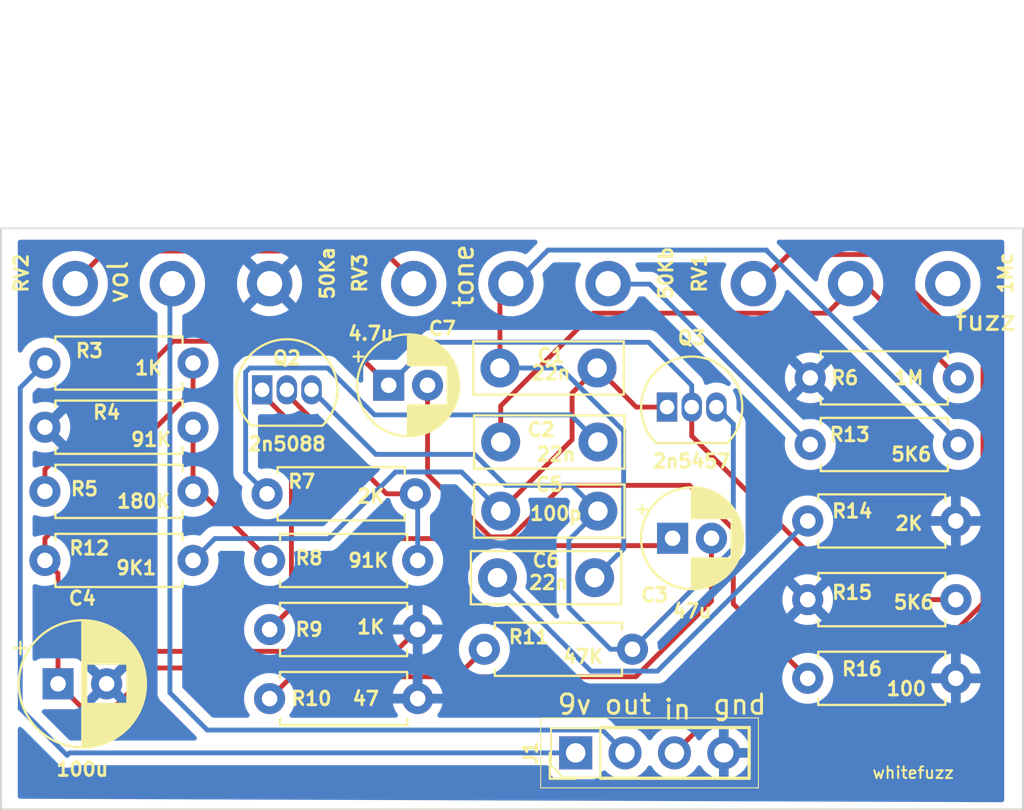
<source format=kicad_pcb>
(kicad_pcb (version 20221018) (generator pcbnew)
  (layers (0 "F.Cu" signal) (31 "B.Cu" signal) (34 "B.Paste" user) (35 "F.Paste" user) (36 "B.SilkS" user "B.Silkscreen") (37 "F.SilkS" user "F.Silkscreen") (38 "B.Mask" user) (39 "F.Mask" user) (44 "Edge.Cuts" user))
  (net 0 "")
  (net 1 "Net-(C1-Pad1)")
  (net 2 "GND")
  (net 3 "Net-(Q3-D)")
  (net 4 "Net-(C2-Pad1)")
  (net 5 "Net-(Q2-B)")
  (net 6 "Net-(C2-Pad2)")
  (net 7 "Net-(Q2-E)")
  (net 8 "Net-(Q2-C)")
  (net 9 "Net-(C3-Pad2)")
  (net 10 "9V")
  (net 11 "OUT")
  (net 12 "IN")
  (net 13 "Net-(C4-Pad1)")
  (net 14 "Net-(C6-Pad1)")
  (net 15 "Net-(Q3-S)")
  (net 16 "Net-(C7-Pad2)")
  (net 17 "Net-(R4-Pad2)")
  (net 18 "Net-(R13-Pad1)")
  (net 20 "Net-(RV2-Pad3)")
  (footprint "Resistor_THT:R_Axial_DIN0207_L6.3mm_D2.5mm_P7.62mm_Horizontal" (layer "F.Cu") (at 113.792 124.333)
    (fp_text reference "R10" (at 2.159 0) (layer "F.SilkS") (effects (font (size 0.7 0.7))))
    (fp_text value "47" (at 4.953 0) (layer "F.SilkS") (effects (font (size 0.7 0.7))))
    (pad "1" thru_hole circle (at 0 0) (size 1.6 1.6) (drill 0.8) (layers "*.Cu" "*.Mask") (net 9 "Net-(C3-Pad2)"))
    (pad "2" thru_hole oval (at 7.62 0) (size 1.6 1.6) (drill 0.8) (layers "*.Cu" "*.Mask") (net 2 "GND"))
  )
  (footprint "Resistor_THT:R_Axial_DIN0207_L6.3mm_D2.5mm_P7.62mm_Horizontal" (layer "F.Cu") (at 113.792 120.777)
    (fp_text reference "R9" (at 2.032 0) (layer "F.SilkS") (effects (font (size 0.7 0.7))))
    (fp_text value "1K" (at 5.207 -0.127) (layer "F.SilkS") (effects (font (size 0.7 0.7))))
    (pad "1" thru_hole circle (at 0 0) (size 1.6 1.6) (drill 0.8) (layers "*.Cu" "*.Mask") (net 7 "Net-(Q2-E)"))
    (pad "2" thru_hole oval (at 7.62 0) (size 1.6 1.6) (drill 0.8) (layers "*.Cu" "*.Mask") (net 2 "GND"))
  )
  (footprint "pedals:Pot_Underside" (layer "F.Cu") (at 148.684 102.9716 90)
    (fp_text reference "RV1" (at 0.538 -12.774 90) (layer "F.SilkS") (effects (font (size 0.7 0.7))))
    (fp_text value "1Mc" (at 0.538 2.974 90) (layer "F.SilkS") (effects (font (size 0.7 0.7))))
    (pad "1" thru_hole circle (at 0 0 90) (size 2.34 2.34) (drill 1.3) (layers "*.Cu" "*.Mask"))
    (pad "2" thru_hole circle (at 0 -5 90) (size 2.34 2.34) (drill 1.3) (layers "*.Cu" "*.Mask") (net 4 "Net-(C2-Pad1)"))
    (pad "3" thru_hole circle (at 0 -10 90) (size 2.34 2.34) (drill 1.3) (layers "*.Cu" "*.Mask") (net 12 "IN"))
  )
  (footprint "Resistor_THT:R_Axial_DIN0207_L6.3mm_D2.5mm_P7.62mm_Horizontal" (layer "F.Cu") (at 141.605 111.252)
    (fp_text reference "R13" (at 2.032 -0.508) (layer "F.SilkS") (effects (font (size 0.7 0.7))))
    (fp_text value "5K6" (at 5.207 0.508) (layer "F.SilkS") (effects (font (size 0.7 0.7))))
    (pad "1" thru_hole circle (at 0 0) (size 1.6 1.6) (drill 0.8) (layers "*.Cu" "*.Mask") (net 18 "Net-(R13-Pad1)"))
    (pad "2" thru_hole oval (at 7.62 0) (size 1.6 1.6) (drill 0.8) (layers "*.Cu" "*.Mask") (net 1 "Net-(C1-Pad1)"))
  )
  (footprint "Capacitor_THT:C_Disc_D7.5mm_W2.5mm_P5.00mm" (layer "F.Cu") (at 125.643 107.315)
    (fp_text reference "C1" (at 2.627 -0.635) (layer "F.SilkS") (effects (font (size 0.7 0.7))))
    (fp_text value "22n" (at 2.627 0.254) (layer "F.SilkS") (effects (font (size 0.7 0.7))))
    (pad "1" thru_hole circle (at 0 0) (size 2 2) (drill 1) (layers "*.Cu" "*.Mask") (net 1 "Net-(C1-Pad1)"))
    (pad "2" thru_hole circle (at 5 0) (size 2 2) (drill 1) (layers "*.Cu" "*.Mask") (net 3 "Net-(Q3-D)"))
  )
  (footprint "Resistor_THT:R_Axial_DIN0207_L6.3mm_D2.5mm_P7.62mm_Horizontal" (layer "F.Cu") (at 102.235 117.221)
    (fp_text reference "R12" (at 2.286 -0.635) (layer "F.SilkS") (effects (font (size 0.7 0.7))))
    (fp_text value "9K1" (at 4.699 0.381) (layer "F.SilkS") (effects (font (size 0.7 0.7))))
    (pad "1" thru_hole circle (at 0 0) (size 1.6 1.6) (drill 0.8) (layers "*.Cu" "*.Mask") (net 13 "Net-(C4-Pad1)"))
    (pad "2" thru_hole oval (at 7.62 0) (size 1.6 1.6) (drill 0.8) (layers "*.Cu" "*.Mask") (net 3 "Net-(Q3-D)"))
  )
  (footprint "Connector_PinHeader_2.54mm:PinHeader_1x04_P2.54mm_Vertical" (layer "F.Cu") (at 129.54 127.127 90)
    (fp_text reference "J1" (at 0 -2.33 90) (layer "F.SilkS") (effects (font (size 0.7 0.7))))
    (fp_text value "Conn_01x04_Female" hide)
    (pad "1" thru_hole rect (at 0 0 90) (size 1.7 1.7) (drill 1) (layers "*.Cu" "*.Mask") (net 10 "9V"))
    (pad "2" thru_hole oval (at 0 2.54 90) (size 1.7 1.7) (drill 1) (layers "*.Cu" "*.Mask") (net 11 "OUT"))
    (pad "3" thru_hole oval (at 0 5.08 90) (size 1.7 1.7) (drill 1) (layers "*.Cu" "*.Mask") (net 12 "IN"))
    (pad "4" thru_hole oval (at 0 7.62 90) (size 1.7 1.7) (drill 1) (layers "*.Cu" "*.Mask") (net 2 "GND"))
  )
  (footprint "Capacitor_THT:C_Disc_D7.5mm_W2.5mm_P5.00mm" (layer "F.Cu") (at 125.683 111.125)
    (fp_text reference "C2" (at 2.079 -0.635) (layer "F.SilkS") (effects (font (size 0.7 0.7))))
    (fp_text value "22n" (at 2.841 0.635) (layer "F.SilkS") (effects (font (size 0.7 0.7))))
    (pad "1" thru_hole circle (at 0 0) (size 2 2) (drill 1) (layers "*.Cu" "*.Mask") (net 4 "Net-(C2-Pad1)"))
    (pad "2" thru_hole circle (at 5 0) (size 2 2) (drill 1) (layers "*.Cu" "*.Mask") (net 6 "Net-(C2-Pad2)"))
  )
  (footprint "Capacitor_THT:C_Disc_D7.5mm_W2.5mm_P5.00mm" (layer "F.Cu") (at 125.516 118.11)
    (fp_text reference "C6" (at 2.5 -0.889) (layer "F.SilkS") (effects (font (size 0.7 0.7))))
    (fp_text value "22n" (at 2.627 0.254) (layer "F.SilkS") (effects (font (size 0.7 0.7))))
    (pad "1" thru_hole circle (at 0 0) (size 2 2) (drill 1) (layers "*.Cu" "*.Mask") (net 14 "Net-(C6-Pad1)"))
    (pad "2" thru_hole circle (at 5 0) (size 2 2) (drill 1) (layers "*.Cu" "*.Mask") (net 1 "Net-(C1-Pad1)"))
  )
  (footprint "Capacitor_THT:CP_Radial_D6.3mm_P2.50mm" (layer "F.Cu") (at 102.91 123.571)
    (fp_text reference "C4" (at 1.25 -4.4) (layer "F.SilkS") (effects (font (size 0.7 0.7))))
    (fp_text value "100u" (at 1.25 4.4) (layer "F.SilkS") (effects (font (size 0.7 0.7))))
    (pad "1" thru_hole rect (at 0 0) (size 1.6 1.6) (drill 0.8) (layers "*.Cu" "*.Mask") (net 13 "Net-(C4-Pad1)"))
    (pad "2" thru_hole circle (at 2.5 0) (size 1.6 1.6) (drill 0.8) (layers "*.Cu" "*.Mask") (net 2 "GND"))
  )
  (footprint "Resistor_THT:R_Axial_DIN0207_L6.3mm_D2.5mm_P7.62mm_Horizontal" (layer "F.Cu") (at 113.792 117.221)
    (fp_text reference "R8" (at 2.032 -0.127) (layer "F.SilkS") (effects (font (size 0.7 0.7))))
    (fp_text value "91K" (at 5.08 0) (layer "F.SilkS") (effects (font (size 0.7 0.7))))
    (pad "1" thru_hole circle (at 0 0) (size 1.6 1.6) (drill 0.8) (layers "*.Cu" "*.Mask") (net 17 "Net-(R4-Pad2)"))
    (pad "2" thru_hole oval (at 7.62 0) (size 1.6 1.6) (drill 0.8) (layers "*.Cu" "*.Mask") (net 5 "Net-(Q2-B)"))
  )
  (footprint "Resistor_THT:R_Axial_DIN0207_L6.3mm_D2.5mm_P7.62mm_Horizontal" (layer "F.Cu") (at 141.605 107.823)
    (fp_text reference "R6" (at 1.778 0) (layer "F.SilkS") (effects (font (size 0.7 0.7))))
    (fp_text value "1M" (at 5.08 0) (layer "F.SilkS") (effects (font (size 0.7 0.7))))
    (pad "1" thru_hole circle (at 0 0) (size 1.6 1.6) (drill 0.8) (layers "*.Cu" "*.Mask") (net 2 "GND"))
    (pad "2" thru_hole oval (at 7.62 0) (size 1.6 1.6) (drill 0.8) (layers "*.Cu" "*.Mask") (net 4 "Net-(C2-Pad1)"))
  )
  (footprint "Resistor_THT:R_Axial_DIN0207_L6.3mm_D2.5mm_P7.62mm_Horizontal" (layer "F.Cu") (at 141.478 115.189)
    (fp_text reference "R14" (at 2.286 -0.508) (layer "F.SilkS") (effects (font (size 0.7 0.7))))
    (fp_text value "2K" (at 5.207 0.127) (layer "F.SilkS") (effects (font (size 0.7 0.7))))
    (pad "1" thru_hole circle (at 0 0) (size 1.6 1.6) (drill 0.8) (layers "*.Cu" "*.Mask") (net 14 "Net-(C6-Pad1)"))
    (pad "2" thru_hole oval (at 7.62 0) (size 1.6 1.6) (drill 0.8) (layers "*.Cu" "*.Mask") (net 2 "GND"))
  )
  (footprint "pedals:Pot_Underside" (layer "F.Cu") (at 131.2088 102.9716 90)
    (fp_text reference "RV3" (at 0.538 -12.774 90) (layer "F.SilkS") (effects (font (size 0.7 0.7))))
    (fp_text value "50Kb" (at 0.538 2.974 90) (layer "F.SilkS") (effects (font (size 0.7 0.7))))
    (pad "1" thru_hole circle (at 0 0 90) (size 2.34 2.34) (drill 1.3) (layers "*.Cu" "*.Mask") (net 18 "Net-(R13-Pad1)"))
    (pad "2" thru_hole circle (at 0 -5 90) (size 2.34 2.34) (drill 1.3) (layers "*.Cu" "*.Mask") (net 1 "Net-(C1-Pad1)"))
    (pad "3" thru_hole circle (at 0 -10 90) (size 2.34 2.34) (drill 1.3) (layers "*.Cu" "*.Mask") (net 20 "Net-(RV2-Pad3)"))
  )
  (footprint "Resistor_THT:R_Axial_DIN0207_L6.3mm_D2.5mm_P7.62mm_Horizontal" (layer "F.Cu") (at 113.665 113.792)
    (fp_text reference "R7" (at 1.778 -0.635) (layer "F.SilkS") (effects (font (size 0.7 0.7))))
    (fp_text value "2K" (at 5.334 0.127) (layer "F.SilkS") (effects (font (size 0.7 0.7))))
    (pad "1" thru_hole circle (at 0 0) (size 1.6 1.6) (drill 0.8) (layers "*.Cu" "*.Mask") (net 6 "Net-(C2-Pad2)"))
    (pad "2" thru_hole oval (at 7.62 0) (size 1.6 1.6) (drill 0.8) (layers "*.Cu" "*.Mask") (net 5 "Net-(Q2-B)"))
  )
  (footprint "Resistor_THT:R_Axial_DIN0207_L6.3mm_D2.5mm_P7.62mm_Horizontal" (layer "F.Cu") (at 102.235 110.363)
    (fp_text reference "R4" (at 3.175 -0.762) (layer "F.SilkS") (effects (font (size 0.7 0.7))))
    (fp_text value "91K" (at 5.461 0.635) (layer "F.SilkS") (effects (font (size 0.7 0.7))))
    (pad "1" thru_hole circle (at 0 0) (size 1.6 1.6) (drill 0.8) (layers "*.Cu" "*.Mask") (net 2 "GND"))
    (pad "2" thru_hole oval (at 7.62 0) (size 1.6 1.6) (drill 0.8) (layers "*.Cu" "*.Mask") (net 17 "Net-(R4-Pad2)"))
  )
  (footprint "Package_TO_SOT_THT:TO-92_Inline" (layer "F.Cu") (at 134.239 109.326)
    (fp_text reference "Q3" (at 1.27 -3.56) (layer "F.SilkS") (effects (font (size 0.7 0.7))))
    (fp_text value "2n5457" (at 1.27 2.79) (layer "F.SilkS") (effects (font (size 0.7 0.7))))
    (pad "1" thru_hole rect (at 0 0) (size 1.05 1.5) (drill 0.75) (layers "*.Cu" "*.Mask") (net 3 "Net-(Q3-D)"))
    (pad "2" thru_hole oval (at 1.27 0) (size 1.05 1.5) (drill 0.75) (layers "*.Cu" "*.Mask") (net 15 "Net-(Q3-S)"))
    (pad "3" thru_hole oval (at 2.54 0) (size 1.05 1.5) (drill 0.75) (layers "*.Cu" "*.Mask") (net 8 "Net-(Q2-C)"))
  )
  (footprint "Capacitor_THT:CP_Radial_D5.0mm_P2.00mm" (layer "F.Cu") (at 119.92 108.204)
    (fp_text reference "C7" (at 2.762 -2.921) (layer "F.SilkS") (effects (font (size 0.7 0.7))))
    (fp_text value "4.7u" (at -0.921 -2.667) (layer "F.SilkS") (effects (font (size 0.7 0.7))))
    (pad "1" thru_hole rect (at 0 0) (size 1.6 1.6) (drill 0.8) (layers "*.Cu" "*.Mask") (net 15 "Net-(Q3-S)"))
    (pad "2" thru_hole circle (at 2 0) (size 1.6 1.6) (drill 0.8) (layers "*.Cu" "*.Mask") (net 16 "Net-(C7-Pad2)"))
  )
  (footprint "Resistor_THT:R_Axial_DIN0207_L6.3mm_D2.5mm_P7.62mm_Horizontal" (layer "F.Cu") (at 141.478 123.289)
    (fp_text reference "R16" (at 2.794 -0.48) (layer "F.SilkS") (effects (font (size 0.7 0.7))))
    (fp_text value "100" (at 5.08 0.536) (layer "F.SilkS") (effects (font (size 0.7 0.7))))
    (pad "1" thru_hole circle (at 0 0) (size 1.6 1.6) (drill 0.8) (layers "*.Cu" "*.Mask") (net 16 "Net-(C7-Pad2)"))
    (pad "2" thru_hole oval (at 7.62 0) (size 1.6 1.6) (drill 0.8) (layers "*.Cu" "*.Mask") (net 2 "GND"))
  )
  (footprint "Resistor_THT:R_Axial_DIN0207_L6.3mm_D2.5mm_P7.62mm_Horizontal" (layer "F.Cu") (at 102.235 107.061)
    (fp_text reference "R3" (at 2.286 -0.635) (layer "F.SilkS") (effects (font (size 0.7 0.7))))
    (fp_text value "1K" (at 5.334 0.254) (layer "F.SilkS") (effects (font (size 0.7 0.7))))
    (pad "1" thru_hole circle (at 0 0) (size 1.6 1.6) (drill 0.8) (layers "*.Cu" "*.Mask") (net 10 "9V"))
    (pad "2" thru_hole oval (at 7.62 0) (size 1.6 1.6) (drill 0.8) (layers "*.Cu" "*.Mask") (net 13 "Net-(C4-Pad1)"))
  )
  (footprint "Resistor_THT:R_Axial_DIN0207_L6.3mm_D2.5mm_P7.62mm_Horizontal" (layer "F.Cu") (at 102.235 113.665)
    (fp_text reference "R5" (at 2.032 -0.127) (layer "F.SilkS") (effects (font (size 0.7 0.7))))
    (fp_text value "180K" (at 5.08 0.508) (layer "F.SilkS") (effects (font (size 0.7 0.7))))
    (pad "1" thru_hole circle (at 0 0) (size 1.6 1.6) (drill 0.8) (layers "*.Cu" "*.Mask") (net 15 "Net-(Q3-S)"))
    (pad "2" thru_hole oval (at 7.62 0) (size 1.6 1.6) (drill 0.8) (layers "*.Cu" "*.Mask") (net 17 "Net-(R4-Pad2)"))
  )
  (footprint "Resistor_THT:R_Axial_DIN0207_L6.3mm_D2.5mm_P7.62mm_Horizontal" (layer "F.Cu") (at 124.841 121.793)
    (fp_text reference "R11" (at 2.286 -0.635) (layer "F.SilkS") (effects (font (size 0.7 0.7))))
    (fp_text value "47K" (at 5.08 0.381) (layer "F.SilkS") (effects (font (size 0.7 0.7))))
    (pad "1" thru_hole circle (at 0 0) (size 1.6 1.6) (drill 0.8) (layers "*.Cu" "*.Mask") (net 13 "Net-(C4-Pad1)"))
    (pad "2" thru_hole oval (at 7.62 0) (size 1.6 1.6) (drill 0.8) (layers "*.Cu" "*.Mask") (net 8 "Net-(Q2-C)"))
  )
  (footprint "Capacitor_THT:C_Disc_D7.5mm_W2.5mm_P5.00mm" (layer "F.Cu") (at 125.683 114.681)
    (fp_text reference "C5" (at 2.5 -1.37) (layer "F.SilkS") (effects (font (size 0.7 0.7))))
    (fp_text value "100p" (at 2.841 0.127) (layer "F.SilkS") (effects (font (size 0.7 0.7))))
    (pad "1" thru_hole circle (at 0 0) (size 2 2) (drill 1) (layers "*.Cu" "*.Mask") (net 3 "Net-(Q3-D)"))
    (pad "2" thru_hole circle (at 5 0) (size 2 2) (drill 1) (layers "*.Cu" "*.Mask") (net 8 "Net-(Q2-C)"))
  )
  (footprint "Resistor_THT:R_Axial_DIN0207_L6.3mm_D2.5mm_P7.62mm_Horizontal" (layer "F.Cu") (at 141.478 119.239)
    (fp_text reference "R15" (at 2.286 -0.367) (layer "F.SilkS") (effects (font (size 0.7 0.7))))
    (fp_text value "5K6" (at 5.461 0.141) (layer "F.SilkS") (effects (font (size 0.7 0.7))))
    (pad "1" thru_hole circle (at 0 0) (size 1.6 1.6) (drill 0.8) (layers "*.Cu" "*.Mask") (net 2 "GND"))
    (pad "2" thru_hole oval (at 7.62 0) (size 1.6 1.6) (drill 0.8) (layers "*.Cu" "*.Mask") (net 15 "Net-(Q3-S)"))
  )
  (footprint "Capacitor_THT:CP_Radial_D5.0mm_P2.00mm" (layer "F.Cu") (at 134.525 116.078)
    (fp_text reference "C3" (at -0.921 2.921) (layer "F.SilkS") (effects (font (size 0.7 0.7))))
    (fp_text value "47u" (at 1 3.75) (layer "F.SilkS") (effects (font (size 0.7 0.7))))
    (pad "1" thru_hole rect (at 0 0) (size 1.6 1.6) (drill 0.8) (layers "*.Cu" "*.Mask") (net 7 "Net-(Q2-E)"))
    (pad "2" thru_hole circle (at 2 0) (size 1.6 1.6) (drill 0.8) (layers "*.Cu" "*.Mask") (net 9 "Net-(C3-Pad2)"))
  )
  (footprint "Package_TO_SOT_THT:TO-92_Inline" (layer "F.Cu") (at 113.411 108.437)
    (fp_text reference "Q2" (at 1.27 -1.63) (layer "F.SilkS") (effects (font (size 0.7 0.7))))
    (fp_text value "2n5088" (at 1.27 2.79) (layer "F.SilkS") (effects (font (size 0.7 0.7))))
    (pad "1" thru_hole rect (at 0 0) (size 1.05 1.5) (drill 0.75) (layers "*.Cu" "*.Mask") (net 7 "Net-(Q2-E)"))
    (pad "2" thru_hole oval (at 1.27 0) (size 1.05 1.5) (drill 0.75) (layers "*.Cu" "*.Mask") (net 5 "Net-(Q2-B)"))
    (pad "3" thru_hole oval (at 2.54 0) (size 1.05 1.5) (drill 0.75) (layers "*.Cu" "*.Mask") (net 8 "Net-(Q2-C)"))
  )
  (footprint "pedals:Pot_Underside" (layer "F.Cu") (at 113.792 102.9716 90)
    (fp_text reference "RV2" (at 0.538 -12.774 90) (layer "F.SilkS") (effects (font (size 0.7 0.7))))
    (fp_text value "50Ka" (at 0.538 2.974 90) (layer "F.SilkS") (effects (font (size 0.7 0.7))))
    (pad "1" thru_hole circle (at 0 0 90) (size 2.34 2.34) (drill 1.3) (layers "*.Cu" "*.Mask") (net 2 "GND"))
    (pad "2" thru_hole circle (at 0 -5 90) (size 2.34 2.34) (drill 1.3) (layers "*.Cu" "*.Mask") (net 11 "OUT"))
    (pad "3" thru_hole circle (at 0 -10 90) (size 2.34 2.34) (drill 1.3) (layers "*.Cu" "*.Mask") (net 20 "Net-(RV2-Pad3)"))
  )
  (gr_line (start 99.9998 100.1268) (end 152.5778 100.1268) (stroke (width 0.1)) (layer "Edge.Cuts"))
  (gr_line (start 152.5524 130.0352) (end 99.9744 130.0352) (stroke (width 0.1)) (layer "Edge.Cuts"))
  (gr_line (start 99.9744 100.1268) (end 99.9744 130.0352) (stroke (width 0.1)) (layer "Edge.Cuts"))
  (gr_line (start 152.5524 130.0352) (end 152.5524 100.1268) (stroke (width 0.1)) (layer "Edge.Cuts"))
  (gr_text "fuzz" (at 148.9964 105.4608) (layer "F.SilkS") (effects (font (size 1 1)) (justify left bottom)))
  (gr_text "vol" (at 106.5784 104.0892 90) (layer "F.SilkS") (effects (font (size 1 1)) (justify left bottom)))
  (gr_text "gnd" (at 136.525 125.222) (layer "F.SilkS") (effects (font (size 1 1)) (justify left bottom)))
  (gr_text "whitefuzz" (at 144.75 128.5) (layer "F.SilkS") (effects (font (size 0.6 0.6) (thickness 0.1) bold) (justify left bottom)))
  (gr_text "in" (at 133.985 125.476) (layer "F.SilkS") (effects (font (size 1 1)) (justify left bottom)))
  (gr_text "9v" (at 128.524 125.222) (layer "F.SilkS") (effects (font (size 1 1)) (justify left bottom)))
  (gr_text "tone" (at 124.3584 104.2924 90) (layer "F.SilkS") (effects (font (size 1 1)) (justify left bottom)))
  (gr_text "out" (at 130.937 125.222) (layer "F.SilkS") (effects (font (size 1 1)) (justify left bottom)))
  (segment (start 125.643 103.719) (end 126.365 102.997) (width 0.25) (layer "F.Cu") (net 1))
  (segment (start 125.643 107.315) (end 125.643 103.719) (width 0.25) (layer "F.Cu") (net 1))
  (segment (start 139.3952 101.30695) (end 139.3952 101.2952) (width 0.25) (layer "B.Cu") (net 1))
  (segment (start 149.225 111.13675) (end 139.3952 101.30695) (width 0.25) (layer "B.Cu") (net 1))
  (segment (start 139.3444 101.2444) (end 128.1176 101.2444) (width 0.25) (layer "B.Cu") (net 1))
  (segment (start 149.225 111.252) (end 149.225 111.13675) (width 0.25) (layer "B.Cu") (net 1))
  (segment (start 132.008 116.618) (end 132.008 110.553833) (width 0.25) (layer "B.Cu") (net 1))
  (segment (start 130.516 118.11) (end 132.008 116.618) (width 0.25) (layer "B.Cu") (net 1))
  (segment (start 128.769167 107.315) (end 125.643 107.315) (width 0.25) (layer "B.Cu") (net 1))
  (segment (start 128.1176 101.2444) (end 126.365 102.997) (width 0.25) (layer "B.Cu") (net 1))
  (segment (start 139.3952 101.2952) (end 139.3444 101.2444) (width 0.25) (layer "B.Cu") (net 1))
  (segment (start 132.008 110.553833) (end 128.769167 107.315) (width 0.25) (layer "B.Cu") (net 1))
  (segment (start 105.41 123.571) (end 107.079 121.902) (width 0.25) (layer "F.Cu") (net 2))
  (segment (start 120.287 121.902) (end 121.412 120.777) (width 0.25) (layer "F.Cu") (net 2))
  (segment (start 107.079 121.902) (end 120.287 121.902) (width 0.25) (layer "F.Cu") (net 2))
  (segment (start 132.654 109.326) (end 130.643 107.315) (width 0.25) (layer "F.Cu") (net 3))
  (segment (start 129.358 108.6) (end 130.643 107.315) (width 0.25) (layer "F.Cu") (net 3))
  (segment (start 129.358 111.006) (end 129.358 108.6) (width 0.25) (layer "F.Cu") (net 3))
  (segment (start 125.683 114.681) (end 129.358 111.006) (width 0.25) (layer "F.Cu") (net 3))
  (segment (start 134.239 109.326) (end 132.654 109.326) (width 0.25) (layer "F.Cu") (net 3))
  (segment (start 116.84 116.096) (end 120.269 112.667) (width 0.25) (layer "B.Cu") (net 3))
  (segment (start 110.98 116.096) (end 116.84 116.096) (width 0.25) (layer "B.Cu") (net 3))
  (segment (start 125.683 114.681) (end 123.669 112.667) (width 0.25) (layer "B.Cu") (net 3))
  (segment (start 109.855 117.221) (end 110.98 116.096) (width 0.25) (layer "B.Cu") (net 3))
  (segment (start 123.669 112.667) (end 120.269 112.667) (width 0.25) (layer "B.Cu") (net 3))
  (segment (start 142.476 104.492) (end 130.458 104.492) (width 0.25) (layer "F.Cu") (net 4))
  (segment (start 144.399 102.997) (end 143.971 102.997) (width 0.25) (layer "F.Cu") (net 4))
  (segment (start 143.971 102.997) (end 142.476 104.492) (width 0.25) (layer "F.Cu") (net 4))
  (segment (start 149.225 107.823) (end 144.399 102.997) (width 0.25) (layer "F.Cu") (net 4))
  (segment (start 125.683 109.267) (end 125.683 111.125) (width 0.25) (layer "F.Cu") (net 4))
  (segment (start 130.458 104.492) (end 125.683 109.267) (width 0.25) (layer "F.Cu") (net 4))
  (segment (start 119.811 113.792) (end 114.681 108.662) (width 0.25) (layer "F.Cu") (net 5))
  (segment (start 121.285 113.792) (end 119.811 113.792) (width 0.25) (layer "F.Cu") (net 5))
  (segment (start 114.681 108.662) (end 114.681 108.437) (width 0.25) (layer "F.Cu") (net 5))
  (segment (start 121.412 117.221) (end 121.412 113.919) (width 0.25) (layer "B.Cu") (net 5))
  (segment (start 121.412 113.919) (end 121.285 113.792) (width 0.25) (layer "B.Cu") (net 5))
  (segment (start 113.665 113.792) (end 112.561 112.688) (width 0.25) (layer "B.Cu") (net 6))
  (segment (start 112.561 107.53) (end 112.776 107.315) (width 0.25) (layer "B.Cu") (net 6))
  (segment (start 116.781 107.315) (end 119.194 109.728) (width 0.25) (layer "B.Cu") (net 6))
  (segment (start 119.194 109.728) (end 129.286 109.728) (width 0.25) (layer "B.Cu") (net 6))
  (segment (start 112.776 107.315) (end 116.781 107.315) (width 0.25) (layer "B.Cu") (net 6))
  (segment (start 112.561 112.688) (end 112.561 107.53) (width 0.25) (layer "B.Cu") (net 6))
  (segment (start 129.286 109.728) (end 130.683 111.125) (width 0.25) (layer "B.Cu") (net 6))
  (segment (start 118.473 116.096) (end 113.792 120.777) (width 0.25) (layer "F.Cu") (net 7))
  (segment (start 134.525 116.078) (end 134.144 116.459) (width 0.25) (layer "F.Cu") (net 7))
  (segment (start 134.144 116.459) (end 123.698 116.459) (width 0.25) (layer "F.Cu") (net 7))
  (segment (start 123.335 116.096) (end 118.473 116.096) (width 0.25) (layer "F.Cu") (net 7))
  (segment (start 113.411 108.437) (end 113.411 108.662) (width 0.25) (layer "F.Cu") (net 7))
  (segment (start 113.411 108.662) (end 114.917 110.168) (width 0.25) (layer "F.Cu") (net 7))
  (segment (start 114.917 119.652) (end 113.792 120.777) (width 0.25) (layer "F.Cu") (net 7))
  (segment (start 114.917 110.168) (end 114.917 119.652) (width 0.25) (layer "F.Cu") (net 7))
  (segment (start 123.698 116.459) (end 123.335 116.096) (width 0.25) (layer "F.Cu") (net 7))
  (segment (start 115.951 108.437) (end 116.843 109.329) (width 0.25) (layer "B.Cu") (net 8))
  (segment (start 124.333 111.76) (end 125.929 113.356) (width 0.25) (layer "B.Cu") (net 8))
  (segment (start 136.779 109.326) (end 137.65 110.197) (width 0.25) (layer "B.Cu") (net 8))
  (segment (start 119.253 111.76) (end 124.333 111.76) (width 0.25) (layer "B.Cu") (net 8))
  (segment (start 137.65 116.604) (end 132.461 121.793) (width 0.25) (layer "B.Cu") (net 8))
  (segment (start 129.191 119.65437) (end 129.191 116.173) (width 0.25) (layer "B.Cu") (net 8))
  (segment (start 116.843 109.329) (end 116.843 109.35) (width 0.25) (layer "B.Cu") (net 8))
  (segment (start 116.843 109.35) (end 119.253 111.76) (width 0.25) (layer "B.Cu") (net 8))
  (segment (start 131.32963 121.793) (end 129.191 119.65437) (width 0.25) (layer "B.Cu") (net 8))
  (segment (start 137.65 110.197) (end 137.65 116.604) (width 0.25) (layer "B.Cu") (net 8))
  (segment (start 129.358 113.356) (end 130.683 114.681) (width 0.25) (layer "B.Cu") (net 8))
  (segment (start 125.929 113.356) (end 129.358 113.356) (width 0.25) (layer "B.Cu") (net 8))
  (segment (start 132.461 121.793) (end 131.32963 121.793) (width 0.25) (layer "B.Cu") (net 8))
  (segment (start 129.191 116.173) (end 130.683 114.681) (width 0.25) (layer "B.Cu") (net 8))
  (segment (start 114.917 123.208) (end 113.792 124.333) (width 0.25) (layer "F.Cu") (net 9))
  (segment (start 132.636991 123.208) (end 114.917 123.208) (width 0.25) (layer "F.Cu") (net 9))
  (segment (start 136.525 119.319991) (end 132.636991 123.208) (width 0.25) (layer "F.Cu") (net 9))
  (segment (start 136.525 116.078) (end 136.525 119.319991) (width 0.25) (layer "F.Cu") (net 9))
  (segment (start 103.378 127.254) (end 103.505 127.127) (width 0.25) (layer "B.Cu") (net 10))
  (segment (start 100.965 108.331) (end 100.965 124.841) (width 0.25) (layer "B.Cu") (net 10))
  (segment (start 103.505 127.127) (end 129.54 127.127) (width 0.25) (layer "B.Cu") (net 10))
  (segment (start 102.235 107.061) (end 100.965 108.331) (width 0.25) (layer "B.Cu") (net 10))
  (segment (start 100.965 124.841) (end 103.378 127.254) (width 0.25) (layer "B.Cu") (net 10))
  (segment (start 130.905 125.952) (end 132.08 127.127) (width 0.25) (layer "B.Cu") (net 11))
  (segment (start 110.585 125.952) (end 130.905 125.952) (width 0.25) (layer "B.Cu") (net 11))
  (segment (start 108.665 102.997) (end 108.665 124.032) (width 0.25) (layer "B.Cu") (net 11))
  (segment (start 108.665 124.032) (end 110.585 125.952) (width 0.25) (layer "B.Cu") (net 11))
  (segment (start 145.034 101.473) (end 140.495 101.473) (width 0.25) (layer "F.Cu") (net 12))
  (segment (start 150.495 119.432991) (end 150.495 106.934) (width 0.25) (layer "F.Cu") (net 12))
  (segment (start 150.495 106.934) (end 145.034 101.473) (width 0.25) (layer "F.Cu") (net 12))
  (segment (start 140.495 101.473) (end 138.971 102.997) (width 0.25) (layer "F.Cu") (net 12))
  (segment (start 136.604 125.143) (end 144.784991 125.143) (width 0.25) (layer "F.Cu") (net 12))
  (segment (start 144.784991 125.143) (end 150.495 119.432991) (width 0.25) (layer "F.Cu") (net 12))
  (segment (start 134.62 127.127) (end 136.604 125.143) (width 0.25) (layer "F.Cu") (net 12))
  (segment (start 124.841 121.793) (end 123.876 122.758) (width 0.25) (layer "F.Cu") (net 13))
  (segment (start 104.035 124.696) (end 102.91 123.571) (width 0.25) (layer "F.Cu") (net 13))
  (segment (start 123.876 122.758) (end 107.813991 122.758) (width 0.25) (layer "F.Cu") (net 13))
  (segment (start 107.813991 122.758) (end 105.875991 124.696) (width 0.25) (layer "F.Cu") (net 13))
  (segment (start 105.875991 124.696) (end 104.035 124.696) (width 0.25) (layer "F.Cu") (net 13))
  (segment (start 102.91 117.896) (end 102.235 117.221) (width 0.25) (layer "F.Cu") (net 13))
  (segment (start 109.855 108.46963) (end 109.855 107.061) (width 0.25) (layer "F.Cu") (net 13))
  (segment (start 102.91 123.571) (end 102.91 117.896) (width 0.25) (layer "F.Cu") (net 13))
  (segment (start 102.235 116.08963) (end 109.855 108.46963) (width 0.25) (layer "F.Cu") (net 13))
  (segment (start 102.235 117.221) (end 102.235 116.08963) (width 0.25) (layer "F.Cu") (net 13))
  (segment (start 125.516 118.11) (end 130.324 122.918) (width 0.25) (layer "B.Cu") (net 14))
  (segment (start 130.324 122.918) (end 133.749 122.918) (width 0.25) (layer "B.Cu") (net 14))
  (segment (start 133.749 122.918) (end 141.478 115.189) (width 0.25) (layer "B.Cu") (net 14))
  (segment (start 117.652 105.936) (end 108.83263 105.936) (width 0.25) (layer "F.Cu") (net 15))
  (segment (start 143.937009 119.239) (end 135.509 110.810991) (width 0.25) (layer "F.Cu") (net 15))
  (segment (start 119.92 108.204) (end 117.652 105.936) (width 0.25) (layer "F.Cu") (net 15))
  (segment (start 135.509 110.810991) (end 135.509 109.326) (width 0.25) (layer "F.Cu") (net 15))
  (segment (start 108.83263 105.936) (end 102.235 112.53363) (width 0.25) (layer "F.Cu") (net 15))
  (segment (start 149.098 119.239) (end 143.937009 119.239) (width 0.25) (layer "F.Cu") (net 15))
  (segment (start 102.235 112.53363) (end 102.235 113.665) (width 0.25) (layer "F.Cu") (net 15))
  (segment (start 119.92 108.204) (end 122.134 105.99) (width 0.25) (layer "B.Cu") (net 15))
  (segment (start 135.509 108.204) (end 135.509 109.326) (width 0.25) (layer "B.Cu") (net 15))
  (segment (start 133.295 105.99) (end 135.509 108.204) (width 0.25) (layer "B.Cu") (net 15))
  (segment (start 122.134 105.99) (end 133.295 105.99) (width 0.25) (layer "B.Cu") (net 15))
  (segment (start 135.393991 113.356) (end 128.881833 113.356) (width 0.25) (layer "F.Cu") (net 16))
  (segment (start 128.881833 113.356) (end 126.231833 116.006) (width 0.25) (layer "F.Cu") (net 16))
  (segment (start 137.65 115.612009) (end 135.393991 113.356) (width 0.25) (layer "F.Cu") (net 16))
  (segment (start 141.478 123.289) (end 137.65 119.461) (width 0.25) (layer "F.Cu") (net 16))
  (segment (start 121.92 112.791833) (end 121.92 108.204) (width 0.25) (layer "F.Cu") (net 16))
  (segment (start 126.231833 116.006) (end 125.134167 116.006) (width 0.25) (layer "F.Cu") (net 16))
  (segment (start 125.134167 116.006) (end 121.92 112.791833) (width 0.25) (layer "F.Cu") (net 16))
  (segment (start 137.65 119.461) (end 137.65 115.612009) (width 0.25) (layer "F.Cu") (net 16))
  (segment (start 113.792 117.221) (end 110.236 113.665) (width 0.25) (layer "F.Cu") (net 17))
  (segment (start 110.236 113.665) (end 109.855 113.665) (width 0.25) (layer "F.Cu") (net 17))
  (segment (start 109.855 113.665) (end 109.855 110.363) (width 0.25) (layer "F.Cu") (net 17))
  (segment (start 141.605 111.252) (end 133.35 102.997) (width 0.25) (layer "B.Cu") (net 18))
  (segment (start 133.35 102.997) (end 131.365 102.997) (width 0.25) (layer "B.Cu") (net 18))
  (segment (start 121.365 102.997) (end 119.6632 101.2952) (width 0.25) (layer "F.Cu") (net 20))
  (segment (start 119.6632 101.2952) (end 105.3668 101.2952) (width 0.25) (layer "F.Cu") (net 20))
  (segment (start 105.3668 101.2952) (end 103.665 102.997) (width 0.25) (layer "F.Cu") (net 20))
  (zone (net 2) (net_name "GND") (layer "B.Cu") (connect_pads (clearance 0.508)) (min_thickness 0.25) (fill yes (thermal_gap 0.5) (thermal_bridge_width 0.5))
    (polygon (pts (xy 100.838 100.711) (xy 151.5872 100.711) (xy 151.5872 129.667) (xy 100.838 129.4892) (xy 100.838 124.714)))
  )
)
</source>
